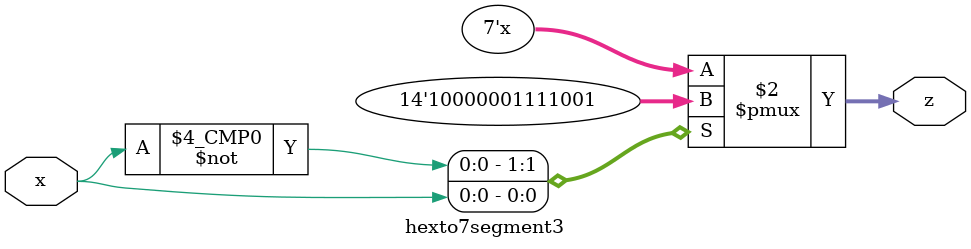
<source format=v>
module sram_part4(clk,rstn,we,d,write_add,data,out,a4,a3_0,w4,w3_0);
input clk;
input rstn;
input we;
input [3:0] d;
input [4:0] write_add;
output wire [6:0]data;
output wire [6:0]out;
output wire [6:0]a4;
output wire [6:0]a3_0;
output wire [6:0]w4;
output wire [6:0]w3_0;

reg [4:0]read_add;
wire [3:0]q;
reg clkdiv;
reg [24:0]div;
always@(posedge clk)
begin
div=div+1'b1;
clkdiv=div[24];
end


always@(posedge clkdiv)
begin
if(! rstn)
	read_add=0;
else
	read_add=read_add+1;

end
hexto7segment o2(d,data);
hexto7segment o3(q,out);
hexto7segment3 o1(write_add[4],w4);
hexto7segment o4(write_add[3:0],w3_0);
hexto7segment3 o5(read_add[4],a4);
hexto7segment o6(read_add[3:0],a3_0);


ram2port	ram2port_inst (
	.clock ( clk ),
	.data ( d ),
	.rdaddress ( read_add ),
	.wraddress ( write_add ),
	.wren ( we ),
	.q ( q )
	);

endmodule



module hexto7segment(input  [3:0]x,output reg [6:0]z);
always @*
case (x)
4'b0000 :   z = 7'b1000000;
4'b0001 :   z = 7'b1111001;
4'b0010 :  	z = 7'b0100100;
4'b0011 : 	z = 7'b0110000;
4'b0100 :	z = 7'b0011001;
4'b0101 :	z = 7'b0010010;
4'b0110 :	z = 7'b0000010;
4'b0111 :	z = 7'b1111000;
4'b1000 :   z = 7'b0000000;
4'b1001 :   z = 7'b0010000;
4'b1010 :   z = 7'b0001000;
4'b1011 :   z = 7'b0000011;
4'b1100 :	z = 7'b1000110;
4'b1101 :	z = 7'b0100001;
4'b1110 :	z = 7'b0000110;
4'b1111 :	z = 7'b0001110;
endcase
endmodule

module hexto7segment3(input  x,output reg [6:0]z);
always @*
case (x)
1'b0 :   z = 7'b1000000;
1'b1 :   z = 7'b1111001;

endcase
 
endmodule
</source>
